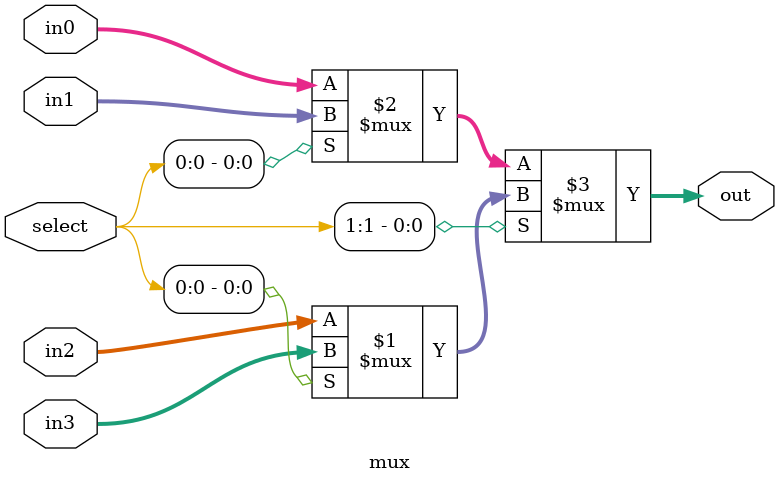
<source format=v>
module mux(
                in0      , //input 
                in1      , //input
                in2      , //input
                in3      , //input
                select   , //select line as input
                out        //output
                )        ;

//port declaration

input [1:0]in0, in1, in2, in3  ;
input [1:0]select              ;
output [1:0]out                ;

assign out = select[1] ? (select[0] ? in3 : in2) : ( select[0] ? in1 : in0) ;  //logic expression for mux 
  
endmodule // Mux 

</source>
